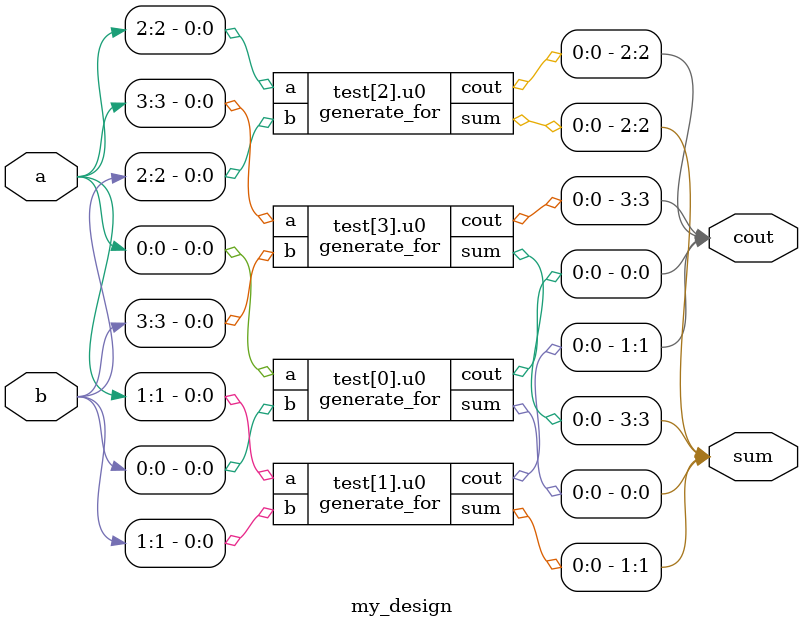
<source format=v>
module generate_for (
    input a,
    input b,
    output sum,
    output cout
);
    assign sum  = a ^ b;
    assign cout = a & b;

endmodule

// top
module my_design #(
    parameter N = 4
)(
    input  [N-1:0] a,
    input  [N-1:0] b,
    output [N-1:0] sum,
    output [N-1:0] cout
);
    genvar i;

    // Generate for loop to instantiate N times
    generate
        for (i = 0; i < N; i = i + 1 ) begin:test
            generate_for u0(
                .a(a[i]),
                .b(b[i]),
                .sum(sum[i]),
                .cout(cout[i])
            );
        end
    endgenerate

endmodule

/*
a=0x0 b=0x0 sum=0x0 cout=0x0
a=0x2 b=0x3 sum=0x1 cout=0x2
a=0x2 b=0x0 sum=0x2 cout=0x0
a=0x1 b=0x0 sum=0x1 cout=0x0
           V C S   S i m u l a t i o n   R e p o r t
*/

</source>
